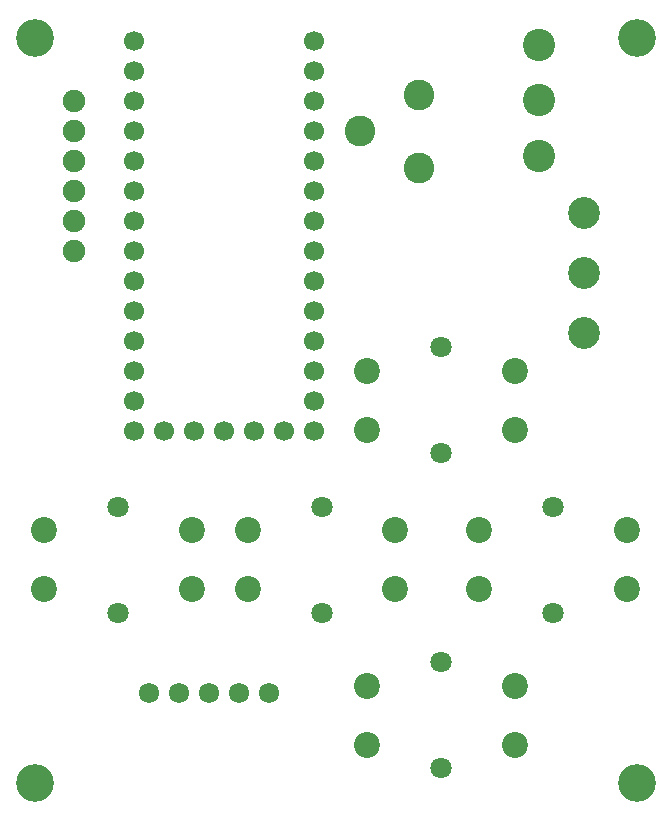
<source format=gbr>
%TF.GenerationSoftware,Novarm,DipTrace,3.3.1.3*%
%TF.CreationDate,2019-11-14T11:02:32+00:00*%
%FSLAX35Y35*%
%MOMM*%
%TF.FileFunction,Soldermask,Top*%
%TF.Part,Single*%
%ADD20C,1.7*%
%ADD25C,2.2*%
%ADD26C,1.8*%
%ADD30C,2.7*%
%ADD35C,1.724*%
%ADD38C,1.9*%
%ADD42C,2.74*%
%ADD48C,2.6*%
%ADD50C,3.2*%
G75*
G01*
%LPD*%
D20*
X2143000Y7582500D3*
Y7328500D3*
Y7074500D3*
Y6820500D3*
Y6566500D3*
Y6312500D3*
Y6058500D3*
Y5804500D3*
Y5550500D3*
Y5296500D3*
Y5042500D3*
Y4788500D3*
Y4534500D3*
Y4280500D3*
X3667000Y7582500D3*
Y7328500D3*
Y7074500D3*
Y6820500D3*
Y6566500D3*
Y6312500D3*
Y6058500D3*
Y5804500D3*
Y5550500D3*
Y5296500D3*
Y5042500D3*
Y4788500D3*
Y4534500D3*
Y4280500D3*
X2397000D3*
X2651000D3*
X2905000D3*
X3159000D3*
X3413000D3*
D25*
X4111500Y2121500D3*
X5361500D3*
X4111500Y1621500D3*
X5361500D3*
D26*
X4736500Y2321500D3*
Y1421500D3*
D25*
X5064000Y3436500D3*
X6314000D3*
X5064000Y2936500D3*
X6314000D3*
D26*
X5689000Y3636500D3*
Y2736500D3*
D25*
X4111500Y4788500D3*
X5361500D3*
X4111500Y4288500D3*
X5361500D3*
D26*
X4736500Y4988500D3*
Y4088500D3*
D25*
X2631000Y2936500D3*
X1381000D3*
X2631000Y3436500D3*
X1381000D3*
D26*
X2006000Y2736500D3*
Y3636500D3*
D30*
X5953000Y6122000D3*
Y5614000D3*
Y5106000D3*
D25*
X4351500Y2936500D3*
X3101500D3*
X4351500Y3436500D3*
X3101500D3*
D26*
X3726500Y2736500D3*
Y3636500D3*
D35*
X3286000Y2058000D3*
X3032000D3*
X2778000D3*
D38*
X1635000Y7074500D3*
Y6820500D3*
Y6566500D3*
Y6312500D3*
Y6058500D3*
Y5804500D3*
D42*
X5572000Y7546000D3*
Y7076100D3*
Y6606200D3*
D48*
X4556000Y6503000D3*
X4056000Y6813000D3*
X4556000Y7123000D3*
D35*
X2270000Y2058000D3*
X2524000D3*
D50*
X1300000Y7600000D3*
X6400000D3*
Y1300000D3*
X1300000D3*
M02*

</source>
